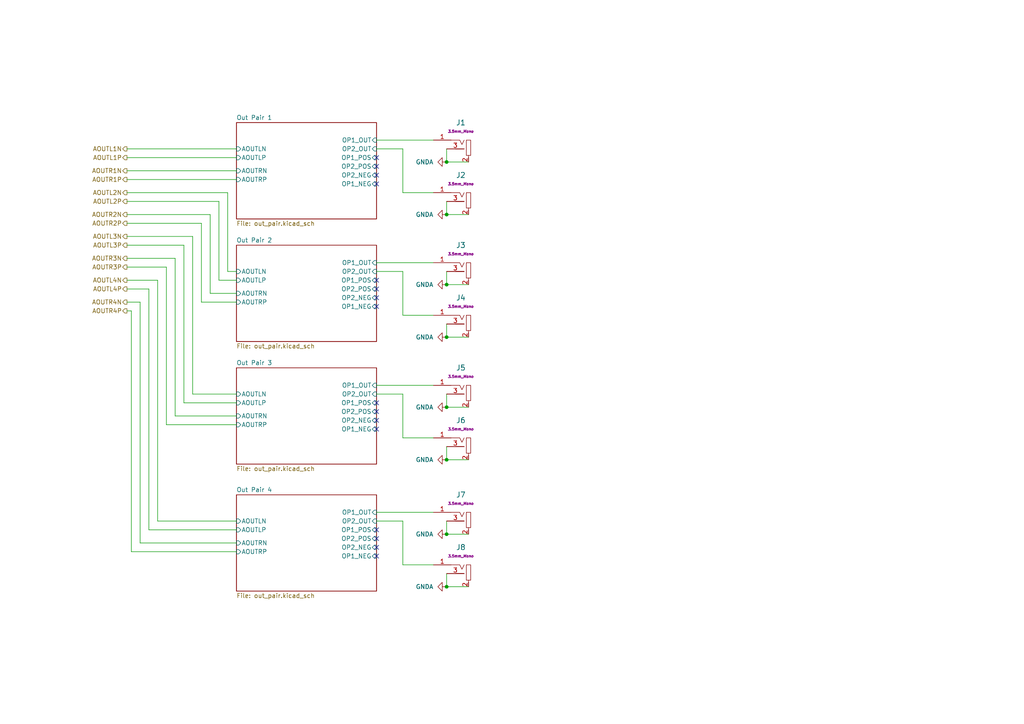
<source format=kicad_sch>
(kicad_sch (version 20231120) (generator "eeschema") (generator_version "8.0")
  (paper "A4")
  (lib_symbols
    (symbol "4ms_Power-symbol:GNDA" (power) (pin_numbers hide) (pin_names (offset 0) hide)
      (property "Value" "GNDA" (at 0 -3.81 0))
      (symbol "GNDA_0_1"
        (polyline (pts (xy 0 0) (xy 0 -1.27) (xy 1.27 -1.27) (xy 0 -2.54) (xy -1.27 -1.27) (xy 0 -1.27)))
      )
      (symbol "GNDA_1_1"
        (pin power_in line (at 0 0 270) (length 0) hide (name "GNDA") (number "1"))
      )
    )
    (symbol "PCM_4ms_Jack:3.5mm_Mono_Switched_SymSmall_0.05" (pin_names (offset 0) hide)
      (property "Reference" "J" (at -2.54 5.715 0))
      (property "Display" "3.5mm_Mono" (at 0.635 3.81 0))
      (symbol "3.5mm_Mono_Switched_SymSmall_0.05_0_0"
        (polyline (pts (xy -1.27 0) (xy 1.27 0)))
      )
      (symbol "3.5mm_Mono_Switched_SymSmall_0.05_0_1"
        (rectangle (start -3.175 2.54) (end -1.905 -1.905))
        (polyline (pts (xy -2.54 -2.54) (xy -2.54 -1.905)))
        (polyline (pts (xy -1.27 2.54) (xy -0.635 1.27) (xy 0 2.54) (xy 2.54 2.54)))
      )
      (symbol "3.5mm_Mono_Switched_SymSmall_0.05_1_1"
        (pin passive line (at 7.62 2.54 180) (length 5.08) (name "SIG") (number "1"))
        (pin passive line (at -2.54 -3.81 90) (length 1.27) (name "SHEILD") (number "2"))
        (pin passive line (at 3.81 0 180) (length 5.08) (name "SW") (number "3"))
      )
    )
  )
  (junction (at 129.54 154.94))
  (junction (at 129.54 118.11))
  (junction (at 129.54 170.18))
  (junction (at 129.54 97.79))
  (junction (at 129.54 46.99))
  (junction (at 129.54 62.23))
  (junction (at 129.54 82.55))
  (junction (at 129.54 133.35))
  (no_connect (at 109.22 53.34))
  (no_connect (at 109.22 153.67))
  (no_connect (at 109.22 45.72))
  (no_connect (at 109.22 81.28))
  (no_connect (at 109.22 86.36))
  (no_connect (at 109.22 50.8))
  (no_connect (at 109.22 48.26))
  (no_connect (at 109.22 124.46))
  (no_connect (at 109.22 119.38))
  (no_connect (at 109.22 161.29))
  (no_connect (at 109.22 156.21))
  (no_connect (at 109.22 158.75))
  (no_connect (at 109.22 88.9))
  (no_connect (at 109.22 83.82))
  (no_connect (at 109.22 121.92))
  (no_connect (at 109.22 116.84))
  (wire (pts (xy 60.96 62.23) (xy 60.96 85.09)))
  (wire (pts (xy 36.83 49.53) (xy 68.58 49.53)))
  (wire (pts (xy 36.83 58.42) (xy 63.5 58.42)))
  (wire (pts (xy 45.72 151.13) (xy 68.58 151.13)))
  (wire (pts (xy 135.89 46.99) (xy 129.54 46.99)))
  (wire (pts (xy 129.54 46.99) (xy 129.54 43.18)))
  (wire (pts (xy 53.34 71.12) (xy 53.34 116.84)))
  (wire (pts (xy 40.64 157.48) (xy 68.58 157.48)))
  (wire (pts (xy 129.54 97.79) (xy 129.54 93.98)))
  (wire (pts (xy 116.84 163.83) (xy 125.73 163.83)))
  (wire (pts (xy 53.34 116.84) (xy 68.58 116.84)))
  (wire (pts (xy 36.83 68.58) (xy 55.88 68.58)))
  (wire (pts (xy 116.84 43.18) (xy 116.84 55.88)))
  (wire (pts (xy 45.72 81.28) (xy 45.72 151.13)))
  (wire (pts (xy 50.8 120.65) (xy 68.58 120.65)))
  (wire (pts (xy 48.26 123.19) (xy 68.58 123.19)))
  (wire (pts (xy 135.89 82.55) (xy 129.54 82.55)))
  (wire (pts (xy 36.83 64.77) (xy 58.42 64.77)))
  (wire (pts (xy 36.83 74.93) (xy 50.8 74.93)))
  (wire (pts (xy 43.18 153.67) (xy 68.58 153.67)))
  (wire (pts (xy 125.73 91.44) (xy 116.84 91.44)))
  (wire (pts (xy 36.83 62.23) (xy 60.96 62.23)))
  (wire (pts (xy 129.54 97.79) (xy 135.89 97.79)))
  (wire (pts (xy 55.88 68.58) (xy 55.88 114.3)))
  (wire (pts (xy 109.22 76.2) (xy 125.73 76.2)))
  (wire (pts (xy 109.22 43.18) (xy 116.84 43.18)))
  (wire (pts (xy 38.1 90.17) (xy 38.1 160.02)))
  (wire (pts (xy 129.54 133.35) (xy 129.54 129.54)))
  (wire (pts (xy 38.1 160.02) (xy 68.58 160.02)))
  (wire (pts (xy 60.96 85.09) (xy 68.58 85.09)))
  (wire (pts (xy 36.83 77.47) (xy 48.26 77.47)))
  (wire (pts (xy 66.04 78.74) (xy 68.58 78.74)))
  (wire (pts (xy 116.84 55.88) (xy 125.73 55.88)))
  (wire (pts (xy 48.26 77.47) (xy 48.26 123.19)))
  (wire (pts (xy 129.54 170.18) (xy 129.54 166.37)))
  (wire (pts (xy 36.83 52.07) (xy 68.58 52.07)))
  (wire (pts (xy 109.22 114.3) (xy 116.84 114.3)))
  (wire (pts (xy 116.84 78.74) (xy 109.22 78.74)))
  (wire (pts (xy 36.9314 43.1759) (xy 36.83 43.18)))
  (wire (pts (xy 135.89 118.11) (xy 129.54 118.11)))
  (wire (pts (xy 58.42 87.63) (xy 68.58 87.63)))
  (wire (pts (xy 43.18 83.82) (xy 43.18 153.67)))
  (wire (pts (xy 63.5 58.42) (xy 63.5 81.28)))
  (wire (pts (xy 129.54 170.18) (xy 135.89 170.18)))
  (wire (pts (xy 129.54 82.55) (xy 129.54 78.74)))
  (wire (pts (xy 36.83 87.63) (xy 40.64 87.63)))
  (wire (pts (xy 129.54 62.23) (xy 129.54 58.42)))
  (wire (pts (xy 116.84 114.3) (xy 116.84 127)))
  (wire (pts (xy 58.42 64.77) (xy 58.42 87.63)))
  (wire (pts (xy 109.22 40.64) (xy 125.73 40.64)))
  (wire (pts (xy 36.83 45.72) (xy 68.58 45.72)))
  (wire (pts (xy 66.04 55.88) (xy 66.04 78.74)))
  (wire (pts (xy 129.54 118.11) (xy 129.54 114.3)))
  (wire (pts (xy 50.8 74.93) (xy 50.8 120.65)))
  (wire (pts (xy 129.54 62.23) (xy 135.89 62.23)))
  (wire (pts (xy 116.84 151.13) (xy 116.84 163.83)))
  (wire (pts (xy 116.84 127) (xy 125.73 127)))
  (wire (pts (xy 36.83 55.88) (xy 66.04 55.88)))
  (wire (pts (xy 36.83 71.12) (xy 53.34 71.12)))
  (wire (pts (xy 109.22 151.13) (xy 116.84 151.13)))
  (wire (pts (xy 109.22 111.76) (xy 125.73 111.76)))
  (wire (pts (xy 36.83 81.28) (xy 45.72 81.28)))
  (wire (pts (xy 116.84 91.44) (xy 116.84 78.74)))
  (wire (pts (xy 129.54 154.94) (xy 129.54 151.13)))
  (wire (pts (xy 135.89 154.94) (xy 129.54 154.94)))
  (wire (pts (xy 40.64 87.63) (xy 40.64 157.48)))
  (wire (pts (xy 129.54 133.35) (xy 135.89 133.35)))
  (wire (pts (xy 36.83 83.82) (xy 43.18 83.82)))
  (wire (pts (xy 68.58 43.18) (xy 36.9314 43.1759)))
  (wire (pts (xy 36.83 90.17) (xy 38.1 90.17)))
  (wire (pts (xy 55.88 114.3) (xy 68.58 114.3)))
  (wire (pts (xy 63.5 81.28) (xy 68.58 81.28)))
  (wire (pts (xy 109.22 148.59) (xy 125.73 148.59)))
  (hierarchical_label "AOUTR1N" (shape output) (at 36.83 49.53 180))
  (hierarchical_label "AOUTL3P" (shape output) (at 36.83 71.12 180))
  (hierarchical_label "AOUTL4N" (shape output) (at 36.83 81.28 180))
  (hierarchical_label "AOUTL2N" (shape output) (at 36.83 55.88 180))
  (hierarchical_label "AOUTR4N" (shape output) (at 36.83 87.63 180))
  (hierarchical_label "AOUTR1P" (shape output) (at 36.83 52.07 180))
  (hierarchical_label "AOUTR2N" (shape output) (at 36.83 62.23 180))
  (hierarchical_label "AOUTL3N" (shape output) (at 36.83 68.58 180))
  (hierarchical_label "AOUTR4P" (shape output) (at 36.83 90.17 180))
  (hierarchical_label "AOUTL2P" (shape output) (at 36.83 58.42 180))
  (hierarchical_label "AOUTR3N" (shape output) (at 36.83 74.93 180))
  (hierarchical_label "AOUTR3P" (shape output) (at 36.83 77.47 180))
  (hierarchical_label "AOUTL1N" (shape output) (at 36.83 43.18 180))
  (hierarchical_label "AOUTL4P" (shape output) (at 36.83 83.82 180))
  (hierarchical_label "AOUTL1P" (shape output) (at 36.83 45.72 180))
  (hierarchical_label "AOUTR2P" (shape output) (at 36.83 64.77 180))
  (symbol (lib_id "4ms_Power-symbol:GNDA") (at 129.54 133.35 270) (mirror x) (unit 1)
    (property "Reference" "#PWR035" (effects (hide yes)))
    (property "Value" "GNDA" (at 125.73 133.3499 90) (effects (justify right)))
    (property "Description" "(analog) ground power-flag symbol" (effects (hide yes)))
  )
  (symbol (lib_id "PCM_4ms_Jack:3.5mm_Mono_Switched_SymSmall_0.05") (at 133.35 93.98 0) (mirror y) (unit 1)
    (property "Reference" "J4" (at 133.6675 86.36 0) (effects (font (size 1.524 1.524))))
    (property "Value" "Chan 4 Out" (effects (hide yes)))
    (property "Footprint" "4ms_Jack:EighthInch_PJ398SM" (effects (hide yes)))
    (property "Description" "Audio 3.5mm Jack, mono, switched, PC-pin Vertical" (effects (hide yes)))
    (property "Specifications" "Audio 3.5mm Jack, mono, switched, PC-pin Vertical" (effects (hide yes)))
    (property "Manufacturer" "Wenzhou QingPu Electronics Co" (effects (hide yes)))
    (property "Part Number" "WQP-WQP518MA" (effects (hide yes)))
    (property "Display" "3.5mm_Mono" (at 133.6675 88.9 0) (effects (font (size 0.762 0.762) (bold yes) (italic yes))))
  )
  (symbol (lib_id "PCM_4ms_Jack:3.5mm_Mono_Switched_SymSmall_0.05") (at 133.35 58.42 0) (mirror y) (unit 1)
    (property "Reference" "J2" (at 133.6675 50.8 0) (effects (font (size 1.524 1.524))))
    (property "Value" "Chan 2 Out" (effects (hide yes)))
    (property "Footprint" "4ms_Jack:EighthInch_PJ398SM" (effects (hide yes)))
    (property "Description" "Audio 3.5mm Jack, mono, switched, PC-pin Vertical" (effects (hide yes)))
    (property "Specifications" "Audio 3.5mm Jack, mono, switched, PC-pin Vertical" (effects (hide yes)))
    (property "Manufacturer" "Wenzhou QingPu Electronics Co" (effects (hide yes)))
    (property "Part Number" "WQP-WQP518MA" (effects (hide yes)))
    (property "Display" "3.5mm_Mono" (at 133.6675 53.34 0) (effects (font (size 0.762 0.762) (bold yes) (italic yes))))
  )
  (symbol (lib_id "4ms_Power-symbol:GNDA") (at 129.54 118.11 270) (mirror x) (unit 1)
    (property "Reference" "#PWR034" (effects (hide yes)))
    (property "Value" "GNDA" (at 125.73 118.1099 90) (effects (justify right)))
    (property "Description" "(analog) ground power-flag symbol" (effects (hide yes)))
  )
  (symbol (lib_id "PCM_4ms_Jack:3.5mm_Mono_Switched_SymSmall_0.05") (at 133.35 166.37 0) (mirror y) (unit 1)
    (property "Reference" "J8" (at 133.6675 158.75 0) (effects (font (size 1.524 1.524))))
    (property "Value" "Chan 8 Out" (effects (hide yes)))
    (property "Footprint" "4ms_Jack:EighthInch_PJ398SM" (effects (hide yes)))
    (property "Description" "Audio 3.5mm Jack, mono, switched, PC-pin Vertical" (effects (hide yes)))
    (property "Specifications" "Audio 3.5mm Jack, mono, switched, PC-pin Vertical" (effects (hide yes)))
    (property "Manufacturer" "Wenzhou QingPu Electronics Co" (effects (hide yes)))
    (property "Part Number" "WQP-WQP518MA" (effects (hide yes)))
    (property "Display" "3.5mm_Mono" (at 133.6675 161.29 0) (effects (font (size 0.762 0.762) (bold yes) (italic yes))))
  )
  (symbol (lib_id "PCM_4ms_Jack:3.5mm_Mono_Switched_SymSmall_0.05") (at 133.35 114.3 0) (mirror y) (unit 1)
    (property "Reference" "J5" (at 133.6675 106.68 0) (effects (font (size 1.524 1.524))))
    (property "Value" "Chan 5 Out" (effects (hide yes)))
    (property "Footprint" "4ms_Jack:EighthInch_PJ398SM" (effects (hide yes)))
    (property "Description" "Audio 3.5mm Jack, mono, switched, PC-pin Vertical" (effects (hide yes)))
    (property "Specifications" "Audio 3.5mm Jack, mono, switched, PC-pin Vertical" (effects (hide yes)))
    (property "Manufacturer" "Wenzhou QingPu Electronics Co" (effects (hide yes)))
    (property "Part Number" "WQP-WQP518MA" (effects (hide yes)))
    (property "Display" "3.5mm_Mono" (at 133.6675 109.22 0) (effects (font (size 0.762 0.762) (bold yes) (italic yes))))
  )
  (symbol (lib_id "4ms_Power-symbol:GNDA") (at 129.54 154.94 270) (mirror x) (unit 1)
    (property "Reference" "#PWR067" (effects (hide yes)))
    (property "Value" "GNDA" (at 125.73 154.9399 90) (effects (justify right)))
    (property "Description" "(analog) ground power-flag symbol" (effects (hide yes)))
  )
  (symbol (lib_id "4ms_Power-symbol:GNDA") (at 129.54 82.55 270) (mirror x) (unit 1)
    (property "Reference" "#PWR026" (effects (hide yes)))
    (property "Value" "GNDA" (at 125.73 82.5499 90) (effects (justify right)))
    (property "Description" "(analog) ground power-flag symbol" (effects (hide yes)))
  )
  (symbol (lib_id "4ms_Power-symbol:GNDA") (at 129.54 97.79 270) (mirror x) (unit 1)
    (property "Reference" "#PWR027" (effects (hide yes)))
    (property "Value" "GNDA" (at 125.73 97.7899 90) (effects (justify right)))
    (property "Description" "(analog) ground power-flag symbol" (effects (hide yes)))
  )
  (symbol (lib_id "PCM_4ms_Jack:3.5mm_Mono_Switched_SymSmall_0.05") (at 133.35 78.74 0) (mirror y) (unit 1)
    (property "Reference" "J3" (at 133.6675 71.12 0) (effects (font (size 1.524 1.524))))
    (property "Value" "Chan 3 Out" (effects (hide yes)))
    (property "Footprint" "4ms_Jack:EighthInch_PJ398SM" (effects (hide yes)))
    (property "Description" "Audio 3.5mm Jack, mono, switched, PC-pin Vertical" (effects (hide yes)))
    (property "Specifications" "Audio 3.5mm Jack, mono, switched, PC-pin Vertical" (effects (hide yes)))
    (property "Manufacturer" "Wenzhou QingPu Electronics Co" (effects (hide yes)))
    (property "Part Number" "WQP-WQP518MA" (effects (hide yes)))
    (property "Display" "3.5mm_Mono" (at 133.6675 73.66 0) (effects (font (size 0.762 0.762) (bold yes) (italic yes))))
  )
  (symbol (lib_id "PCM_4ms_Jack:3.5mm_Mono_Switched_SymSmall_0.05") (at 133.35 43.18 0) (mirror y) (unit 1)
    (property "Reference" "J1" (at 133.6675 35.56 0) (effects (font (size 1.524 1.524))))
    (property "Value" "Chan 1 Out" (effects (hide yes)))
    (property "Footprint" "4ms_Jack:EighthInch_PJ398SM" (effects (hide yes)))
    (property "Description" "Audio 3.5mm Jack, mono, switched, PC-pin Vertical" (effects (hide yes)))
    (property "Specifications" "Audio 3.5mm Jack, mono, switched, PC-pin Vertical" (effects (hide yes)))
    (property "Manufacturer" "Wenzhou QingPu Electronics Co" (effects (hide yes)))
    (property "Part Number" "WQP-WQP518MA" (effects (hide yes)))
    (property "Display" "3.5mm_Mono" (at 133.6675 38.1 0) (effects (font (size 0.762 0.762) (bold yes) (italic yes))))
  )
  (symbol (lib_id "4ms_Power-symbol:GNDA") (at 129.54 170.18 270) (mirror x) (unit 1)
    (property "Reference" "#PWR068" (effects (hide yes)))
    (property "Value" "GNDA" (at 125.73 170.1799 90) (effects (justify right)))
    (property "Description" "(analog) ground power-flag symbol" (effects (hide yes)))
  )
  (symbol (lib_id "4ms_Power-symbol:GNDA") (at 129.54 62.23 270) (mirror x) (unit 1)
    (property "Reference" "#PWR019" (effects (hide yes)))
    (property "Value" "GNDA" (at 125.73 62.2299 90) (effects (justify right)))
    (property "Description" "(analog) ground power-flag symbol" (effects (hide yes)))
  )
  (symbol (lib_id "PCM_4ms_Jack:3.5mm_Mono_Switched_SymSmall_0.05") (at 133.35 151.13 0) (mirror y) (unit 1)
    (property "Reference" "J7" (at 133.6675 143.51 0) (effects (font (size 1.524 1.524))))
    (property "Value" "Chan 7 Out" (effects (hide yes)))
    (property "Footprint" "4ms_Jack:EighthInch_PJ398SM" (effects (hide yes)))
    (property "Description" "Audio 3.5mm Jack, mono, switched, PC-pin Vertical" (effects (hide yes)))
    (property "Specifications" "Audio 3.5mm Jack, mono, switched, PC-pin Vertical" (effects (hide yes)))
    (property "Manufacturer" "Wenzhou QingPu Electronics Co" (effects (hide yes)))
    (property "Part Number" "WQP-WQP518MA" (effects (hide yes)))
    (property "Display" "3.5mm_Mono" (at 133.6675 146.05 0) (effects (font (size 0.762 0.762) (bold yes) (italic yes))))
  )
  (symbol (lib_id "4ms_Power-symbol:GNDA") (at 129.54 46.99 270) (mirror x) (unit 1)
    (property "Reference" "#PWR018" (effects (hide yes)))
    (property "Value" "GNDA" (at 125.73 46.9899 90) (effects (justify right)))
    (property "Description" "(analog) ground power-flag symbol" (effects (hide yes)))
  )
  (symbol (lib_id "PCM_4ms_Jack:3.5mm_Mono_Switched_SymSmall_0.05") (at 133.35 129.54 0) (mirror y) (unit 1)
    (property "Reference" "J6" (at 133.6675 121.92 0) (effects (font (size 1.524 1.524))))
    (property "Value" "Chan 6 Out" (effects (hide yes)))
    (property "Footprint" "4ms_Jack:EighthInch_PJ398SM" (effects (hide yes)))
    (property "Description" "Audio 3.5mm Jack, mono, switched, PC-pin Vertical" (effects (hide yes)))
    (property "Specifications" "Audio 3.5mm Jack, mono, switched, PC-pin Vertical" (effects (hide yes)))
    (property "Manufacturer" "Wenzhou QingPu Electronics Co" (effects (hide yes)))
    (property "Part Number" "WQP-WQP518MA" (effects (hide yes)))
    (property "Display" "3.5mm_Mono" (at 133.6675 124.46 0) (effects (font (size 0.762 0.762) (bold yes) (italic yes))))
  )
  (sheet (at 68.58 106.68) (size 40.64 27.94) (stroke (width 0.1524))
    (property "Sheetname" "Out Pair 3" (at 68.58 105.9684 0) (effects (justify left bottom)))
    (property "Sheetfile" "out_pair.kicad_sch" (at 68.58 135.2046 0) (effects (justify left top)))
    (pin "OP2_OUT" input (at 109.22 114.3 0))
    (pin "OP1_OUT" input (at 109.22 111.76 0))
    (pin "OP1_POS" input (at 109.22 116.84 0))
    (pin "AOUTRN" input (at 68.58 120.65 180))
    (pin "AOUTRP" input (at 68.58 123.19 180))
    (pin "OP2_POS" input (at 109.22 119.38 0))
    (pin "OP2_NEG" input (at 109.22 121.92 0))
    (pin "AOUTLN" input (at 68.58 114.3 180))
    (pin "AOUTLP" input (at 68.58 116.84 180))
    (pin "OP1_NEG" input (at 109.22 124.46 0))
  )
  (sheet (at 68.58 71.12) (size 40.64 27.94) (stroke (width 0.1524))
    (property "Sheetname" "Out Pair 2" (at 68.58 70.4084 0) (effects (justify left bottom)))
    (property "Sheetfile" "out_pair.kicad_sch" (at 68.58 99.6446 0) (effects (justify left top)))
    (pin "OP2_OUT" input (at 109.22 78.74 0))
    (pin "OP1_OUT" input (at 109.22 76.2 0))
    (pin "OP1_POS" input (at 109.22 81.28 0))
    (pin "AOUTRN" input (at 68.58 85.09 180))
    (pin "AOUTRP" input (at 68.58 87.63 180))
    (pin "OP2_POS" input (at 109.22 83.82 0))
    (pin "OP2_NEG" input (at 109.22 86.36 0))
    (pin "AOUTLN" input (at 68.58 78.74 180))
    (pin "AOUTLP" input (at 68.58 81.28 180))
    (pin "OP1_NEG" input (at 109.22 88.9 0))
  )
  (sheet (at 68.58 143.51) (size 40.64 27.94) (stroke (width 0.1524))
    (property "Sheetname" "Out Pair 4" (at 68.58 142.7984 0) (effects (justify left bottom)))
    (property "Sheetfile" "out_pair.kicad_sch" (at 68.58 172.0346 0) (effects (justify left top)))
    (pin "OP2_OUT" input (at 109.22 151.13 0))
    (pin "OP1_OUT" input (at 109.22 148.59 0))
    (pin "OP1_POS" input (at 109.22 153.67 0))
    (pin "AOUTRN" input (at 68.58 157.48 180))
    (pin "AOUTRP" input (at 68.58 160.02 180))
    (pin "OP2_POS" input (at 109.22 156.21 0))
    (pin "OP2_NEG" input (at 109.22 158.75 0))
    (pin "AOUTLN" input (at 68.58 151.13 180))
    (pin "AOUTLP" input (at 68.58 153.67 180))
    (pin "OP1_NEG" input (at 109.22 161.29 0))
  )
  (sheet (at 68.58 35.56) (size 40.64 27.94) (stroke (width 0.1524))
    (property "Sheetname" "Out Pair 1" (at 68.58 34.8484 0) (effects (justify left bottom)))
    (property "Sheetfile" "out_pair.kicad_sch" (at 68.58 64.0846 0) (effects (justify left top)))
    (pin "OP2_OUT" input (at 109.22 43.18 0))
    (pin "OP1_OUT" input (at 109.22 40.64 0))
    (pin "OP1_POS" input (at 109.22 45.72 0))
    (pin "AOUTRN" input (at 68.58 49.53 180))
    (pin "AOUTRP" input (at 68.58 52.07 180))
    (pin "OP2_POS" input (at 109.22 48.26 0))
    (pin "OP2_NEG" input (at 109.22 50.8 0))
    (pin "AOUTLN" input (at 68.58 43.18 180))
    (pin "AOUTLP" input (at 68.58 45.72 180))
    (pin "OP1_NEG" input (at 109.22 53.34 0))
  )
)
</source>
